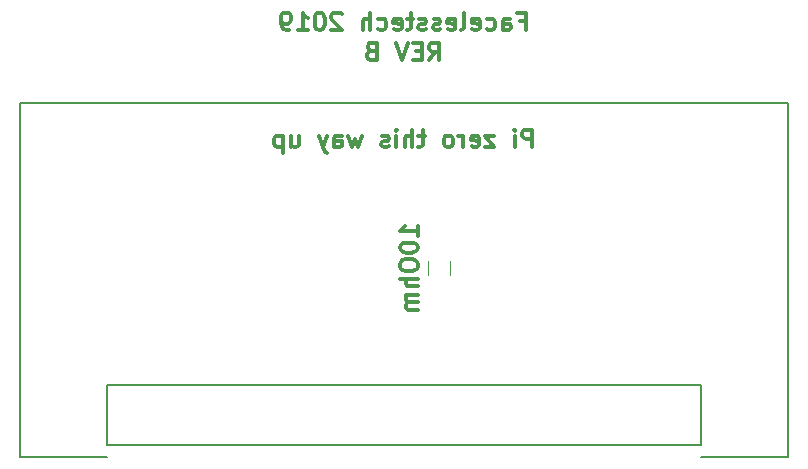
<source format=gbr>
G04 #@! TF.GenerationSoftware,KiCad,Pcbnew,5.0.2+dfsg1-1~bpo9+1*
G04 #@! TF.CreationDate,2019-01-24T11:26:08+00:00*
G04 #@! TF.ProjectId,zeroboy_new_front,7a65726f-626f-4795-9f6e-65775f66726f,rev?*
G04 #@! TF.SameCoordinates,Original*
G04 #@! TF.FileFunction,Legend,Bot*
G04 #@! TF.FilePolarity,Positive*
%FSLAX46Y46*%
G04 Gerber Fmt 4.6, Leading zero omitted, Abs format (unit mm)*
G04 Created by KiCad (PCBNEW 5.0.2+dfsg1-1~bpo9+1) date Thu 24 Jan 2019 11:26:08 GMT*
%MOMM*%
%LPD*%
G01*
G04 APERTURE LIST*
%ADD10C,0.300000*%
%ADD11C,0.150000*%
%ADD12C,0.120000*%
G04 APERTURE END LIST*
D10*
X148990571Y-55796571D02*
X149490571Y-55082285D01*
X149847714Y-55796571D02*
X149847714Y-54296571D01*
X149276285Y-54296571D01*
X149133428Y-54368000D01*
X149062000Y-54439428D01*
X148990571Y-54582285D01*
X148990571Y-54796571D01*
X149062000Y-54939428D01*
X149133428Y-55010857D01*
X149276285Y-55082285D01*
X149847714Y-55082285D01*
X148347714Y-55010857D02*
X147847714Y-55010857D01*
X147633428Y-55796571D02*
X148347714Y-55796571D01*
X148347714Y-54296571D01*
X147633428Y-54296571D01*
X147204857Y-54296571D02*
X146704857Y-55796571D01*
X146204857Y-54296571D01*
X144062000Y-55010857D02*
X143847714Y-55082285D01*
X143776285Y-55153714D01*
X143704857Y-55296571D01*
X143704857Y-55510857D01*
X143776285Y-55653714D01*
X143847714Y-55725142D01*
X143990571Y-55796571D01*
X144562000Y-55796571D01*
X144562000Y-54296571D01*
X144062000Y-54296571D01*
X143919142Y-54368000D01*
X143847714Y-54439428D01*
X143776285Y-54582285D01*
X143776285Y-54725142D01*
X143847714Y-54868000D01*
X143919142Y-54939428D01*
X144062000Y-55010857D01*
X144562000Y-55010857D01*
X156633428Y-52470857D02*
X157133428Y-52470857D01*
X157133428Y-53256571D02*
X157133428Y-51756571D01*
X156419142Y-51756571D01*
X155204857Y-53256571D02*
X155204857Y-52470857D01*
X155276285Y-52328000D01*
X155419142Y-52256571D01*
X155704857Y-52256571D01*
X155847714Y-52328000D01*
X155204857Y-53185142D02*
X155347714Y-53256571D01*
X155704857Y-53256571D01*
X155847714Y-53185142D01*
X155919142Y-53042285D01*
X155919142Y-52899428D01*
X155847714Y-52756571D01*
X155704857Y-52685142D01*
X155347714Y-52685142D01*
X155204857Y-52613714D01*
X153847714Y-53185142D02*
X153990571Y-53256571D01*
X154276285Y-53256571D01*
X154419142Y-53185142D01*
X154490571Y-53113714D01*
X154562000Y-52970857D01*
X154562000Y-52542285D01*
X154490571Y-52399428D01*
X154419142Y-52328000D01*
X154276285Y-52256571D01*
X153990571Y-52256571D01*
X153847714Y-52328000D01*
X152633428Y-53185142D02*
X152776285Y-53256571D01*
X153062000Y-53256571D01*
X153204857Y-53185142D01*
X153276285Y-53042285D01*
X153276285Y-52470857D01*
X153204857Y-52328000D01*
X153062000Y-52256571D01*
X152776285Y-52256571D01*
X152633428Y-52328000D01*
X152562000Y-52470857D01*
X152562000Y-52613714D01*
X153276285Y-52756571D01*
X151704857Y-53256571D02*
X151847714Y-53185142D01*
X151919142Y-53042285D01*
X151919142Y-51756571D01*
X150562000Y-53185142D02*
X150704857Y-53256571D01*
X150990571Y-53256571D01*
X151133428Y-53185142D01*
X151204857Y-53042285D01*
X151204857Y-52470857D01*
X151133428Y-52328000D01*
X150990571Y-52256571D01*
X150704857Y-52256571D01*
X150562000Y-52328000D01*
X150490571Y-52470857D01*
X150490571Y-52613714D01*
X151204857Y-52756571D01*
X149919142Y-53185142D02*
X149776285Y-53256571D01*
X149490571Y-53256571D01*
X149347714Y-53185142D01*
X149276285Y-53042285D01*
X149276285Y-52970857D01*
X149347714Y-52828000D01*
X149490571Y-52756571D01*
X149704857Y-52756571D01*
X149847714Y-52685142D01*
X149919142Y-52542285D01*
X149919142Y-52470857D01*
X149847714Y-52328000D01*
X149704857Y-52256571D01*
X149490571Y-52256571D01*
X149347714Y-52328000D01*
X148704857Y-53185142D02*
X148562000Y-53256571D01*
X148276285Y-53256571D01*
X148133428Y-53185142D01*
X148062000Y-53042285D01*
X148062000Y-52970857D01*
X148133428Y-52828000D01*
X148276285Y-52756571D01*
X148490571Y-52756571D01*
X148633428Y-52685142D01*
X148704857Y-52542285D01*
X148704857Y-52470857D01*
X148633428Y-52328000D01*
X148490571Y-52256571D01*
X148276285Y-52256571D01*
X148133428Y-52328000D01*
X147633428Y-52256571D02*
X147062000Y-52256571D01*
X147419142Y-51756571D02*
X147419142Y-53042285D01*
X147347714Y-53185142D01*
X147204857Y-53256571D01*
X147062000Y-53256571D01*
X145990571Y-53185142D02*
X146133428Y-53256571D01*
X146419142Y-53256571D01*
X146562000Y-53185142D01*
X146633428Y-53042285D01*
X146633428Y-52470857D01*
X146562000Y-52328000D01*
X146419142Y-52256571D01*
X146133428Y-52256571D01*
X145990571Y-52328000D01*
X145919142Y-52470857D01*
X145919142Y-52613714D01*
X146633428Y-52756571D01*
X144633428Y-53185142D02*
X144776285Y-53256571D01*
X145062000Y-53256571D01*
X145204857Y-53185142D01*
X145276285Y-53113714D01*
X145347714Y-52970857D01*
X145347714Y-52542285D01*
X145276285Y-52399428D01*
X145204857Y-52328000D01*
X145062000Y-52256571D01*
X144776285Y-52256571D01*
X144633428Y-52328000D01*
X143990571Y-53256571D02*
X143990571Y-51756571D01*
X143347714Y-53256571D02*
X143347714Y-52470857D01*
X143419142Y-52328000D01*
X143562000Y-52256571D01*
X143776285Y-52256571D01*
X143919142Y-52328000D01*
X143990571Y-52399428D01*
X141562000Y-51899428D02*
X141490571Y-51828000D01*
X141347714Y-51756571D01*
X140990571Y-51756571D01*
X140847714Y-51828000D01*
X140776285Y-51899428D01*
X140704857Y-52042285D01*
X140704857Y-52185142D01*
X140776285Y-52399428D01*
X141633428Y-53256571D01*
X140704857Y-53256571D01*
X139776285Y-51756571D02*
X139633428Y-51756571D01*
X139490571Y-51828000D01*
X139419142Y-51899428D01*
X139347714Y-52042285D01*
X139276285Y-52328000D01*
X139276285Y-52685142D01*
X139347714Y-52970857D01*
X139419142Y-53113714D01*
X139490571Y-53185142D01*
X139633428Y-53256571D01*
X139776285Y-53256571D01*
X139919142Y-53185142D01*
X139990571Y-53113714D01*
X140062000Y-52970857D01*
X140133428Y-52685142D01*
X140133428Y-52328000D01*
X140062000Y-52042285D01*
X139990571Y-51899428D01*
X139919142Y-51828000D01*
X139776285Y-51756571D01*
X137847714Y-53256571D02*
X138704857Y-53256571D01*
X138276285Y-53256571D02*
X138276285Y-51756571D01*
X138419142Y-51970857D01*
X138562000Y-52113714D01*
X138704857Y-52185142D01*
X137133428Y-53256571D02*
X136847714Y-53256571D01*
X136704857Y-53185142D01*
X136633428Y-53113714D01*
X136490571Y-52899428D01*
X136419142Y-52613714D01*
X136419142Y-52042285D01*
X136490571Y-51899428D01*
X136562000Y-51828000D01*
X136704857Y-51756571D01*
X136990571Y-51756571D01*
X137133428Y-51828000D01*
X137204857Y-51899428D01*
X137276285Y-52042285D01*
X137276285Y-52399428D01*
X137204857Y-52542285D01*
X137133428Y-52613714D01*
X136990571Y-52685142D01*
X136704857Y-52685142D01*
X136562000Y-52613714D01*
X136490571Y-52542285D01*
X136419142Y-52399428D01*
X147998571Y-70656000D02*
X147998571Y-69798857D01*
X147998571Y-70227428D02*
X146498571Y-70227428D01*
X146712857Y-70084571D01*
X146855714Y-69941714D01*
X146927142Y-69798857D01*
X146498571Y-71584571D02*
X146498571Y-71727428D01*
X146570000Y-71870285D01*
X146641428Y-71941714D01*
X146784285Y-72013142D01*
X147070000Y-72084571D01*
X147427142Y-72084571D01*
X147712857Y-72013142D01*
X147855714Y-71941714D01*
X147927142Y-71870285D01*
X147998571Y-71727428D01*
X147998571Y-71584571D01*
X147927142Y-71441714D01*
X147855714Y-71370285D01*
X147712857Y-71298857D01*
X147427142Y-71227428D01*
X147070000Y-71227428D01*
X146784285Y-71298857D01*
X146641428Y-71370285D01*
X146570000Y-71441714D01*
X146498571Y-71584571D01*
X146498571Y-73013142D02*
X146498571Y-73298857D01*
X146570000Y-73441714D01*
X146712857Y-73584571D01*
X146998571Y-73656000D01*
X147498571Y-73656000D01*
X147784285Y-73584571D01*
X147927142Y-73441714D01*
X147998571Y-73298857D01*
X147998571Y-73013142D01*
X147927142Y-72870285D01*
X147784285Y-72727428D01*
X147498571Y-72656000D01*
X146998571Y-72656000D01*
X146712857Y-72727428D01*
X146570000Y-72870285D01*
X146498571Y-73013142D01*
X147998571Y-74298857D02*
X146498571Y-74298857D01*
X147998571Y-74941714D02*
X147212857Y-74941714D01*
X147070000Y-74870285D01*
X146998571Y-74727428D01*
X146998571Y-74513142D01*
X147070000Y-74370285D01*
X147141428Y-74298857D01*
X147998571Y-75656000D02*
X146998571Y-75656000D01*
X147141428Y-75656000D02*
X147070000Y-75727428D01*
X146998571Y-75870285D01*
X146998571Y-76084571D01*
X147070000Y-76227428D01*
X147212857Y-76298857D01*
X147998571Y-76298857D01*
X147212857Y-76298857D02*
X147070000Y-76370285D01*
X146998571Y-76513142D01*
X146998571Y-76727428D01*
X147070000Y-76870285D01*
X147212857Y-76941714D01*
X147998571Y-76941714D01*
X157704857Y-63162571D02*
X157704857Y-61662571D01*
X157133428Y-61662571D01*
X156990571Y-61734000D01*
X156919142Y-61805428D01*
X156847714Y-61948285D01*
X156847714Y-62162571D01*
X156919142Y-62305428D01*
X156990571Y-62376857D01*
X157133428Y-62448285D01*
X157704857Y-62448285D01*
X156204857Y-63162571D02*
X156204857Y-62162571D01*
X156204857Y-61662571D02*
X156276285Y-61734000D01*
X156204857Y-61805428D01*
X156133428Y-61734000D01*
X156204857Y-61662571D01*
X156204857Y-61805428D01*
X154490571Y-62162571D02*
X153704857Y-62162571D01*
X154490571Y-63162571D01*
X153704857Y-63162571D01*
X152562000Y-63091142D02*
X152704857Y-63162571D01*
X152990571Y-63162571D01*
X153133428Y-63091142D01*
X153204857Y-62948285D01*
X153204857Y-62376857D01*
X153133428Y-62234000D01*
X152990571Y-62162571D01*
X152704857Y-62162571D01*
X152562000Y-62234000D01*
X152490571Y-62376857D01*
X152490571Y-62519714D01*
X153204857Y-62662571D01*
X151847714Y-63162571D02*
X151847714Y-62162571D01*
X151847714Y-62448285D02*
X151776285Y-62305428D01*
X151704857Y-62234000D01*
X151562000Y-62162571D01*
X151419142Y-62162571D01*
X150704857Y-63162571D02*
X150847714Y-63091142D01*
X150919142Y-63019714D01*
X150990571Y-62876857D01*
X150990571Y-62448285D01*
X150919142Y-62305428D01*
X150847714Y-62234000D01*
X150704857Y-62162571D01*
X150490571Y-62162571D01*
X150347714Y-62234000D01*
X150276285Y-62305428D01*
X150204857Y-62448285D01*
X150204857Y-62876857D01*
X150276285Y-63019714D01*
X150347714Y-63091142D01*
X150490571Y-63162571D01*
X150704857Y-63162571D01*
X148633428Y-62162571D02*
X148062000Y-62162571D01*
X148419142Y-61662571D02*
X148419142Y-62948285D01*
X148347714Y-63091142D01*
X148204857Y-63162571D01*
X148062000Y-63162571D01*
X147562000Y-63162571D02*
X147562000Y-61662571D01*
X146919142Y-63162571D02*
X146919142Y-62376857D01*
X146990571Y-62234000D01*
X147133428Y-62162571D01*
X147347714Y-62162571D01*
X147490571Y-62234000D01*
X147562000Y-62305428D01*
X146204857Y-63162571D02*
X146204857Y-62162571D01*
X146204857Y-61662571D02*
X146276285Y-61734000D01*
X146204857Y-61805428D01*
X146133428Y-61734000D01*
X146204857Y-61662571D01*
X146204857Y-61805428D01*
X145562000Y-63091142D02*
X145419142Y-63162571D01*
X145133428Y-63162571D01*
X144990571Y-63091142D01*
X144919142Y-62948285D01*
X144919142Y-62876857D01*
X144990571Y-62734000D01*
X145133428Y-62662571D01*
X145347714Y-62662571D01*
X145490571Y-62591142D01*
X145562000Y-62448285D01*
X145562000Y-62376857D01*
X145490571Y-62234000D01*
X145347714Y-62162571D01*
X145133428Y-62162571D01*
X144990571Y-62234000D01*
X143276285Y-62162571D02*
X142990571Y-63162571D01*
X142704857Y-62448285D01*
X142419142Y-63162571D01*
X142133428Y-62162571D01*
X140919142Y-63162571D02*
X140919142Y-62376857D01*
X140990571Y-62234000D01*
X141133428Y-62162571D01*
X141419142Y-62162571D01*
X141562000Y-62234000D01*
X140919142Y-63091142D02*
X141062000Y-63162571D01*
X141419142Y-63162571D01*
X141562000Y-63091142D01*
X141633428Y-62948285D01*
X141633428Y-62805428D01*
X141562000Y-62662571D01*
X141419142Y-62591142D01*
X141062000Y-62591142D01*
X140919142Y-62519714D01*
X140347714Y-62162571D02*
X139990571Y-63162571D01*
X139633428Y-62162571D02*
X139990571Y-63162571D01*
X140133428Y-63519714D01*
X140204857Y-63591142D01*
X140347714Y-63662571D01*
X137276285Y-62162571D02*
X137276285Y-63162571D01*
X137919142Y-62162571D02*
X137919142Y-62948285D01*
X137847714Y-63091142D01*
X137704857Y-63162571D01*
X137490571Y-63162571D01*
X137347714Y-63091142D01*
X137276285Y-63019714D01*
X136562000Y-62162571D02*
X136562000Y-63662571D01*
X136562000Y-62234000D02*
X136419142Y-62162571D01*
X136133428Y-62162571D01*
X135990571Y-62234000D01*
X135919142Y-62305428D01*
X135847714Y-62448285D01*
X135847714Y-62876857D01*
X135919142Y-63019714D01*
X135990571Y-63091142D01*
X136133428Y-63162571D01*
X136419142Y-63162571D01*
X136562000Y-63091142D01*
D11*
G04 #@! TO.C,J1*
X172002500Y-83279000D02*
X172002500Y-88359000D01*
X172002500Y-88359000D02*
X121710500Y-88359000D01*
X121710500Y-88359000D02*
X121710500Y-83279000D01*
X121710500Y-83279000D02*
X172002500Y-83279000D01*
X179368500Y-89375000D02*
X172002500Y-89375000D01*
X179368500Y-89375000D02*
X179368500Y-59403000D01*
X114344500Y-89375000D02*
X121710500Y-89375000D01*
X114344500Y-89375000D02*
X114344500Y-59403000D01*
X114344500Y-59403000D02*
X179368500Y-59403000D01*
D12*
G04 #@! TO.C,R1*
X148896500Y-72766936D02*
X148896500Y-73971064D01*
X150716500Y-72766936D02*
X150716500Y-73971064D01*
G04 #@! TD*
M02*

</source>
